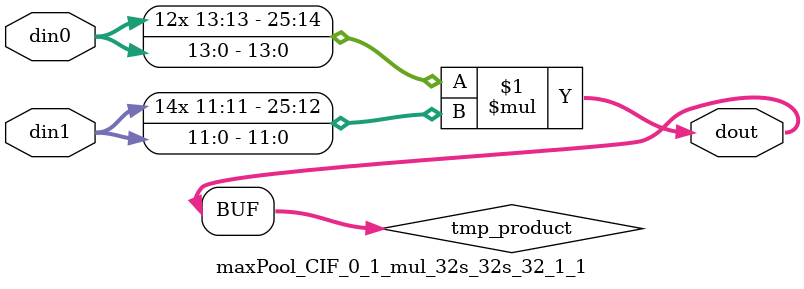
<source format=v>

`timescale 1 ns / 1 ps

  (* use_dsp = "no" *)  module maxPool_CIF_0_1_mul_32s_32s_32_1_1(din0, din1, dout);
parameter ID = 1;
parameter NUM_STAGE = 0;
parameter din0_WIDTH = 14;
parameter din1_WIDTH = 12;
parameter dout_WIDTH = 26;

input [din0_WIDTH - 1 : 0] din0; 
input [din1_WIDTH - 1 : 0] din1; 
output [dout_WIDTH - 1 : 0] dout;

wire signed [dout_WIDTH - 1 : 0] tmp_product;













assign tmp_product = $signed(din0) * $signed(din1);








assign dout = tmp_product;







endmodule

</source>
